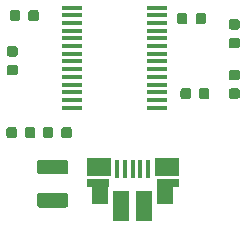
<source format=gbr>
G04 #@! TF.GenerationSoftware,KiCad,Pcbnew,(5.0.1)-3*
G04 #@! TF.CreationDate,2018-11-02T13:07:49-05:00*
G04 #@! TF.ProjectId,ProgrammerBoard,50726F6772616D6D6572426F6172642E,rev?*
G04 #@! TF.SameCoordinates,Original*
G04 #@! TF.FileFunction,Paste,Top*
G04 #@! TF.FilePolarity,Positive*
%FSLAX46Y46*%
G04 Gerber Fmt 4.6, Leading zero omitted, Abs format (unit mm)*
G04 Created by KiCad (PCBNEW (5.0.1)-3) date 11/2/2018 1:07:49 PM*
%MOMM*%
%LPD*%
G01*
G04 APERTURE LIST*
%ADD10C,0.100000*%
%ADD11C,0.875000*%
%ADD12C,1.250000*%
%ADD13R,1.750000X0.450000*%
%ADD14R,1.430000X2.500000*%
%ADD15R,0.400000X1.650000*%
%ADD16R,2.000000X1.500000*%
%ADD17R,1.825000X0.700000*%
%ADD18R,1.350000X2.000000*%
G04 APERTURE END LIST*
D10*
G04 #@! TO.C,R4*
G36*
X67321691Y-51088053D02*
X67342926Y-51091203D01*
X67363750Y-51096419D01*
X67383962Y-51103651D01*
X67403368Y-51112830D01*
X67421781Y-51123866D01*
X67439024Y-51136654D01*
X67454930Y-51151070D01*
X67469346Y-51166976D01*
X67482134Y-51184219D01*
X67493170Y-51202632D01*
X67502349Y-51222038D01*
X67509581Y-51242250D01*
X67514797Y-51263074D01*
X67517947Y-51284309D01*
X67519000Y-51305750D01*
X67519000Y-51818250D01*
X67517947Y-51839691D01*
X67514797Y-51860926D01*
X67509581Y-51881750D01*
X67502349Y-51901962D01*
X67493170Y-51921368D01*
X67482134Y-51939781D01*
X67469346Y-51957024D01*
X67454930Y-51972930D01*
X67439024Y-51987346D01*
X67421781Y-52000134D01*
X67403368Y-52011170D01*
X67383962Y-52020349D01*
X67363750Y-52027581D01*
X67342926Y-52032797D01*
X67321691Y-52035947D01*
X67300250Y-52037000D01*
X66862750Y-52037000D01*
X66841309Y-52035947D01*
X66820074Y-52032797D01*
X66799250Y-52027581D01*
X66779038Y-52020349D01*
X66759632Y-52011170D01*
X66741219Y-52000134D01*
X66723976Y-51987346D01*
X66708070Y-51972930D01*
X66693654Y-51957024D01*
X66680866Y-51939781D01*
X66669830Y-51921368D01*
X66660651Y-51901962D01*
X66653419Y-51881750D01*
X66648203Y-51860926D01*
X66645053Y-51839691D01*
X66644000Y-51818250D01*
X66644000Y-51305750D01*
X66645053Y-51284309D01*
X66648203Y-51263074D01*
X66653419Y-51242250D01*
X66660651Y-51222038D01*
X66669830Y-51202632D01*
X66680866Y-51184219D01*
X66693654Y-51166976D01*
X66708070Y-51151070D01*
X66723976Y-51136654D01*
X66741219Y-51123866D01*
X66759632Y-51112830D01*
X66779038Y-51103651D01*
X66799250Y-51096419D01*
X66820074Y-51091203D01*
X66841309Y-51088053D01*
X66862750Y-51087000D01*
X67300250Y-51087000D01*
X67321691Y-51088053D01*
X67321691Y-51088053D01*
G37*
D11*
X67081500Y-51562000D03*
D10*
G36*
X65746691Y-51088053D02*
X65767926Y-51091203D01*
X65788750Y-51096419D01*
X65808962Y-51103651D01*
X65828368Y-51112830D01*
X65846781Y-51123866D01*
X65864024Y-51136654D01*
X65879930Y-51151070D01*
X65894346Y-51166976D01*
X65907134Y-51184219D01*
X65918170Y-51202632D01*
X65927349Y-51222038D01*
X65934581Y-51242250D01*
X65939797Y-51263074D01*
X65942947Y-51284309D01*
X65944000Y-51305750D01*
X65944000Y-51818250D01*
X65942947Y-51839691D01*
X65939797Y-51860926D01*
X65934581Y-51881750D01*
X65927349Y-51901962D01*
X65918170Y-51921368D01*
X65907134Y-51939781D01*
X65894346Y-51957024D01*
X65879930Y-51972930D01*
X65864024Y-51987346D01*
X65846781Y-52000134D01*
X65828368Y-52011170D01*
X65808962Y-52020349D01*
X65788750Y-52027581D01*
X65767926Y-52032797D01*
X65746691Y-52035947D01*
X65725250Y-52037000D01*
X65287750Y-52037000D01*
X65266309Y-52035947D01*
X65245074Y-52032797D01*
X65224250Y-52027581D01*
X65204038Y-52020349D01*
X65184632Y-52011170D01*
X65166219Y-52000134D01*
X65148976Y-51987346D01*
X65133070Y-51972930D01*
X65118654Y-51957024D01*
X65105866Y-51939781D01*
X65094830Y-51921368D01*
X65085651Y-51901962D01*
X65078419Y-51881750D01*
X65073203Y-51860926D01*
X65070053Y-51839691D01*
X65069000Y-51818250D01*
X65069000Y-51305750D01*
X65070053Y-51284309D01*
X65073203Y-51263074D01*
X65078419Y-51242250D01*
X65085651Y-51222038D01*
X65094830Y-51202632D01*
X65105866Y-51184219D01*
X65118654Y-51166976D01*
X65133070Y-51151070D01*
X65148976Y-51136654D01*
X65166219Y-51123866D01*
X65184632Y-51112830D01*
X65204038Y-51103651D01*
X65224250Y-51096419D01*
X65245074Y-51091203D01*
X65266309Y-51088053D01*
X65287750Y-51087000D01*
X65725250Y-51087000D01*
X65746691Y-51088053D01*
X65746691Y-51088053D01*
G37*
D11*
X65506500Y-51562000D03*
G04 #@! TD*
D10*
G04 #@! TO.C,R3*
G36*
X62761691Y-45817053D02*
X62782926Y-45820203D01*
X62803750Y-45825419D01*
X62823962Y-45832651D01*
X62843368Y-45841830D01*
X62861781Y-45852866D01*
X62879024Y-45865654D01*
X62894930Y-45880070D01*
X62909346Y-45895976D01*
X62922134Y-45913219D01*
X62933170Y-45931632D01*
X62942349Y-45951038D01*
X62949581Y-45971250D01*
X62954797Y-45992074D01*
X62957947Y-46013309D01*
X62959000Y-46034750D01*
X62959000Y-46472250D01*
X62957947Y-46493691D01*
X62954797Y-46514926D01*
X62949581Y-46535750D01*
X62942349Y-46555962D01*
X62933170Y-46575368D01*
X62922134Y-46593781D01*
X62909346Y-46611024D01*
X62894930Y-46626930D01*
X62879024Y-46641346D01*
X62861781Y-46654134D01*
X62843368Y-46665170D01*
X62823962Y-46674349D01*
X62803750Y-46681581D01*
X62782926Y-46686797D01*
X62761691Y-46689947D01*
X62740250Y-46691000D01*
X62227750Y-46691000D01*
X62206309Y-46689947D01*
X62185074Y-46686797D01*
X62164250Y-46681581D01*
X62144038Y-46674349D01*
X62124632Y-46665170D01*
X62106219Y-46654134D01*
X62088976Y-46641346D01*
X62073070Y-46626930D01*
X62058654Y-46611024D01*
X62045866Y-46593781D01*
X62034830Y-46575368D01*
X62025651Y-46555962D01*
X62018419Y-46535750D01*
X62013203Y-46514926D01*
X62010053Y-46493691D01*
X62009000Y-46472250D01*
X62009000Y-46034750D01*
X62010053Y-46013309D01*
X62013203Y-45992074D01*
X62018419Y-45971250D01*
X62025651Y-45951038D01*
X62034830Y-45931632D01*
X62045866Y-45913219D01*
X62058654Y-45895976D01*
X62073070Y-45880070D01*
X62088976Y-45865654D01*
X62106219Y-45852866D01*
X62124632Y-45841830D01*
X62144038Y-45832651D01*
X62164250Y-45825419D01*
X62185074Y-45820203D01*
X62206309Y-45817053D01*
X62227750Y-45816000D01*
X62740250Y-45816000D01*
X62761691Y-45817053D01*
X62761691Y-45817053D01*
G37*
D11*
X62484000Y-46253500D03*
D10*
G36*
X62761691Y-44242053D02*
X62782926Y-44245203D01*
X62803750Y-44250419D01*
X62823962Y-44257651D01*
X62843368Y-44266830D01*
X62861781Y-44277866D01*
X62879024Y-44290654D01*
X62894930Y-44305070D01*
X62909346Y-44320976D01*
X62922134Y-44338219D01*
X62933170Y-44356632D01*
X62942349Y-44376038D01*
X62949581Y-44396250D01*
X62954797Y-44417074D01*
X62957947Y-44438309D01*
X62959000Y-44459750D01*
X62959000Y-44897250D01*
X62957947Y-44918691D01*
X62954797Y-44939926D01*
X62949581Y-44960750D01*
X62942349Y-44980962D01*
X62933170Y-45000368D01*
X62922134Y-45018781D01*
X62909346Y-45036024D01*
X62894930Y-45051930D01*
X62879024Y-45066346D01*
X62861781Y-45079134D01*
X62843368Y-45090170D01*
X62823962Y-45099349D01*
X62803750Y-45106581D01*
X62782926Y-45111797D01*
X62761691Y-45114947D01*
X62740250Y-45116000D01*
X62227750Y-45116000D01*
X62206309Y-45114947D01*
X62185074Y-45111797D01*
X62164250Y-45106581D01*
X62144038Y-45099349D01*
X62124632Y-45090170D01*
X62106219Y-45079134D01*
X62088976Y-45066346D01*
X62073070Y-45051930D01*
X62058654Y-45036024D01*
X62045866Y-45018781D01*
X62034830Y-45000368D01*
X62025651Y-44980962D01*
X62018419Y-44960750D01*
X62013203Y-44939926D01*
X62010053Y-44918691D01*
X62009000Y-44897250D01*
X62009000Y-44459750D01*
X62010053Y-44438309D01*
X62013203Y-44417074D01*
X62018419Y-44396250D01*
X62025651Y-44376038D01*
X62034830Y-44356632D01*
X62045866Y-44338219D01*
X62058654Y-44320976D01*
X62073070Y-44305070D01*
X62088976Y-44290654D01*
X62106219Y-44277866D01*
X62124632Y-44266830D01*
X62144038Y-44257651D01*
X62164250Y-44250419D01*
X62185074Y-44245203D01*
X62206309Y-44242053D01*
X62227750Y-44241000D01*
X62740250Y-44241000D01*
X62761691Y-44242053D01*
X62761691Y-44242053D01*
G37*
D11*
X62484000Y-44678500D03*
G04 #@! TD*
D10*
G04 #@! TO.C,R2*
G36*
X77407691Y-47786053D02*
X77428926Y-47789203D01*
X77449750Y-47794419D01*
X77469962Y-47801651D01*
X77489368Y-47810830D01*
X77507781Y-47821866D01*
X77525024Y-47834654D01*
X77540930Y-47849070D01*
X77555346Y-47864976D01*
X77568134Y-47882219D01*
X77579170Y-47900632D01*
X77588349Y-47920038D01*
X77595581Y-47940250D01*
X77600797Y-47961074D01*
X77603947Y-47982309D01*
X77605000Y-48003750D01*
X77605000Y-48516250D01*
X77603947Y-48537691D01*
X77600797Y-48558926D01*
X77595581Y-48579750D01*
X77588349Y-48599962D01*
X77579170Y-48619368D01*
X77568134Y-48637781D01*
X77555346Y-48655024D01*
X77540930Y-48670930D01*
X77525024Y-48685346D01*
X77507781Y-48698134D01*
X77489368Y-48709170D01*
X77469962Y-48718349D01*
X77449750Y-48725581D01*
X77428926Y-48730797D01*
X77407691Y-48733947D01*
X77386250Y-48735000D01*
X76948750Y-48735000D01*
X76927309Y-48733947D01*
X76906074Y-48730797D01*
X76885250Y-48725581D01*
X76865038Y-48718349D01*
X76845632Y-48709170D01*
X76827219Y-48698134D01*
X76809976Y-48685346D01*
X76794070Y-48670930D01*
X76779654Y-48655024D01*
X76766866Y-48637781D01*
X76755830Y-48619368D01*
X76746651Y-48599962D01*
X76739419Y-48579750D01*
X76734203Y-48558926D01*
X76731053Y-48537691D01*
X76730000Y-48516250D01*
X76730000Y-48003750D01*
X76731053Y-47982309D01*
X76734203Y-47961074D01*
X76739419Y-47940250D01*
X76746651Y-47920038D01*
X76755830Y-47900632D01*
X76766866Y-47882219D01*
X76779654Y-47864976D01*
X76794070Y-47849070D01*
X76809976Y-47834654D01*
X76827219Y-47821866D01*
X76845632Y-47810830D01*
X76865038Y-47801651D01*
X76885250Y-47794419D01*
X76906074Y-47789203D01*
X76927309Y-47786053D01*
X76948750Y-47785000D01*
X77386250Y-47785000D01*
X77407691Y-47786053D01*
X77407691Y-47786053D01*
G37*
D11*
X77167500Y-48260000D03*
D10*
G36*
X78982691Y-47786053D02*
X79003926Y-47789203D01*
X79024750Y-47794419D01*
X79044962Y-47801651D01*
X79064368Y-47810830D01*
X79082781Y-47821866D01*
X79100024Y-47834654D01*
X79115930Y-47849070D01*
X79130346Y-47864976D01*
X79143134Y-47882219D01*
X79154170Y-47900632D01*
X79163349Y-47920038D01*
X79170581Y-47940250D01*
X79175797Y-47961074D01*
X79178947Y-47982309D01*
X79180000Y-48003750D01*
X79180000Y-48516250D01*
X79178947Y-48537691D01*
X79175797Y-48558926D01*
X79170581Y-48579750D01*
X79163349Y-48599962D01*
X79154170Y-48619368D01*
X79143134Y-48637781D01*
X79130346Y-48655024D01*
X79115930Y-48670930D01*
X79100024Y-48685346D01*
X79082781Y-48698134D01*
X79064368Y-48709170D01*
X79044962Y-48718349D01*
X79024750Y-48725581D01*
X79003926Y-48730797D01*
X78982691Y-48733947D01*
X78961250Y-48735000D01*
X78523750Y-48735000D01*
X78502309Y-48733947D01*
X78481074Y-48730797D01*
X78460250Y-48725581D01*
X78440038Y-48718349D01*
X78420632Y-48709170D01*
X78402219Y-48698134D01*
X78384976Y-48685346D01*
X78369070Y-48670930D01*
X78354654Y-48655024D01*
X78341866Y-48637781D01*
X78330830Y-48619368D01*
X78321651Y-48599962D01*
X78314419Y-48579750D01*
X78309203Y-48558926D01*
X78306053Y-48537691D01*
X78305000Y-48516250D01*
X78305000Y-48003750D01*
X78306053Y-47982309D01*
X78309203Y-47961074D01*
X78314419Y-47940250D01*
X78321651Y-47920038D01*
X78330830Y-47900632D01*
X78341866Y-47882219D01*
X78354654Y-47864976D01*
X78369070Y-47849070D01*
X78384976Y-47834654D01*
X78402219Y-47821866D01*
X78420632Y-47810830D01*
X78440038Y-47801651D01*
X78460250Y-47794419D01*
X78481074Y-47789203D01*
X78502309Y-47786053D01*
X78523750Y-47785000D01*
X78961250Y-47785000D01*
X78982691Y-47786053D01*
X78982691Y-47786053D01*
G37*
D11*
X78742500Y-48260000D03*
G04 #@! TD*
D10*
G04 #@! TO.C,R1*
G36*
X78682691Y-41436053D02*
X78703926Y-41439203D01*
X78724750Y-41444419D01*
X78744962Y-41451651D01*
X78764368Y-41460830D01*
X78782781Y-41471866D01*
X78800024Y-41484654D01*
X78815930Y-41499070D01*
X78830346Y-41514976D01*
X78843134Y-41532219D01*
X78854170Y-41550632D01*
X78863349Y-41570038D01*
X78870581Y-41590250D01*
X78875797Y-41611074D01*
X78878947Y-41632309D01*
X78880000Y-41653750D01*
X78880000Y-42166250D01*
X78878947Y-42187691D01*
X78875797Y-42208926D01*
X78870581Y-42229750D01*
X78863349Y-42249962D01*
X78854170Y-42269368D01*
X78843134Y-42287781D01*
X78830346Y-42305024D01*
X78815930Y-42320930D01*
X78800024Y-42335346D01*
X78782781Y-42348134D01*
X78764368Y-42359170D01*
X78744962Y-42368349D01*
X78724750Y-42375581D01*
X78703926Y-42380797D01*
X78682691Y-42383947D01*
X78661250Y-42385000D01*
X78223750Y-42385000D01*
X78202309Y-42383947D01*
X78181074Y-42380797D01*
X78160250Y-42375581D01*
X78140038Y-42368349D01*
X78120632Y-42359170D01*
X78102219Y-42348134D01*
X78084976Y-42335346D01*
X78069070Y-42320930D01*
X78054654Y-42305024D01*
X78041866Y-42287781D01*
X78030830Y-42269368D01*
X78021651Y-42249962D01*
X78014419Y-42229750D01*
X78009203Y-42208926D01*
X78006053Y-42187691D01*
X78005000Y-42166250D01*
X78005000Y-41653750D01*
X78006053Y-41632309D01*
X78009203Y-41611074D01*
X78014419Y-41590250D01*
X78021651Y-41570038D01*
X78030830Y-41550632D01*
X78041866Y-41532219D01*
X78054654Y-41514976D01*
X78069070Y-41499070D01*
X78084976Y-41484654D01*
X78102219Y-41471866D01*
X78120632Y-41460830D01*
X78140038Y-41451651D01*
X78160250Y-41444419D01*
X78181074Y-41439203D01*
X78202309Y-41436053D01*
X78223750Y-41435000D01*
X78661250Y-41435000D01*
X78682691Y-41436053D01*
X78682691Y-41436053D01*
G37*
D11*
X78442500Y-41910000D03*
D10*
G36*
X77107691Y-41436053D02*
X77128926Y-41439203D01*
X77149750Y-41444419D01*
X77169962Y-41451651D01*
X77189368Y-41460830D01*
X77207781Y-41471866D01*
X77225024Y-41484654D01*
X77240930Y-41499070D01*
X77255346Y-41514976D01*
X77268134Y-41532219D01*
X77279170Y-41550632D01*
X77288349Y-41570038D01*
X77295581Y-41590250D01*
X77300797Y-41611074D01*
X77303947Y-41632309D01*
X77305000Y-41653750D01*
X77305000Y-42166250D01*
X77303947Y-42187691D01*
X77300797Y-42208926D01*
X77295581Y-42229750D01*
X77288349Y-42249962D01*
X77279170Y-42269368D01*
X77268134Y-42287781D01*
X77255346Y-42305024D01*
X77240930Y-42320930D01*
X77225024Y-42335346D01*
X77207781Y-42348134D01*
X77189368Y-42359170D01*
X77169962Y-42368349D01*
X77149750Y-42375581D01*
X77128926Y-42380797D01*
X77107691Y-42383947D01*
X77086250Y-42385000D01*
X76648750Y-42385000D01*
X76627309Y-42383947D01*
X76606074Y-42380797D01*
X76585250Y-42375581D01*
X76565038Y-42368349D01*
X76545632Y-42359170D01*
X76527219Y-42348134D01*
X76509976Y-42335346D01*
X76494070Y-42320930D01*
X76479654Y-42305024D01*
X76466866Y-42287781D01*
X76455830Y-42269368D01*
X76446651Y-42249962D01*
X76439419Y-42229750D01*
X76434203Y-42208926D01*
X76431053Y-42187691D01*
X76430000Y-42166250D01*
X76430000Y-41653750D01*
X76431053Y-41632309D01*
X76434203Y-41611074D01*
X76439419Y-41590250D01*
X76446651Y-41570038D01*
X76455830Y-41550632D01*
X76466866Y-41532219D01*
X76479654Y-41514976D01*
X76494070Y-41499070D01*
X76509976Y-41484654D01*
X76527219Y-41471866D01*
X76545632Y-41460830D01*
X76565038Y-41451651D01*
X76585250Y-41444419D01*
X76606074Y-41439203D01*
X76627309Y-41436053D01*
X76648750Y-41435000D01*
X77086250Y-41435000D01*
X77107691Y-41436053D01*
X77107691Y-41436053D01*
G37*
D11*
X76867500Y-41910000D03*
G04 #@! TD*
D10*
G04 #@! TO.C,F1*
G36*
X67012504Y-53856204D02*
X67036773Y-53859804D01*
X67060571Y-53865765D01*
X67083671Y-53874030D01*
X67105849Y-53884520D01*
X67126893Y-53897133D01*
X67146598Y-53911747D01*
X67164777Y-53928223D01*
X67181253Y-53946402D01*
X67195867Y-53966107D01*
X67208480Y-53987151D01*
X67218970Y-54009329D01*
X67227235Y-54032429D01*
X67233196Y-54056227D01*
X67236796Y-54080496D01*
X67238000Y-54105000D01*
X67238000Y-54855000D01*
X67236796Y-54879504D01*
X67233196Y-54903773D01*
X67227235Y-54927571D01*
X67218970Y-54950671D01*
X67208480Y-54972849D01*
X67195867Y-54993893D01*
X67181253Y-55013598D01*
X67164777Y-55031777D01*
X67146598Y-55048253D01*
X67126893Y-55062867D01*
X67105849Y-55075480D01*
X67083671Y-55085970D01*
X67060571Y-55094235D01*
X67036773Y-55100196D01*
X67012504Y-55103796D01*
X66988000Y-55105000D01*
X64838000Y-55105000D01*
X64813496Y-55103796D01*
X64789227Y-55100196D01*
X64765429Y-55094235D01*
X64742329Y-55085970D01*
X64720151Y-55075480D01*
X64699107Y-55062867D01*
X64679402Y-55048253D01*
X64661223Y-55031777D01*
X64644747Y-55013598D01*
X64630133Y-54993893D01*
X64617520Y-54972849D01*
X64607030Y-54950671D01*
X64598765Y-54927571D01*
X64592804Y-54903773D01*
X64589204Y-54879504D01*
X64588000Y-54855000D01*
X64588000Y-54105000D01*
X64589204Y-54080496D01*
X64592804Y-54056227D01*
X64598765Y-54032429D01*
X64607030Y-54009329D01*
X64617520Y-53987151D01*
X64630133Y-53966107D01*
X64644747Y-53946402D01*
X64661223Y-53928223D01*
X64679402Y-53911747D01*
X64699107Y-53897133D01*
X64720151Y-53884520D01*
X64742329Y-53874030D01*
X64765429Y-53865765D01*
X64789227Y-53859804D01*
X64813496Y-53856204D01*
X64838000Y-53855000D01*
X66988000Y-53855000D01*
X67012504Y-53856204D01*
X67012504Y-53856204D01*
G37*
D12*
X65913000Y-54480000D03*
D10*
G36*
X67012504Y-56656204D02*
X67036773Y-56659804D01*
X67060571Y-56665765D01*
X67083671Y-56674030D01*
X67105849Y-56684520D01*
X67126893Y-56697133D01*
X67146598Y-56711747D01*
X67164777Y-56728223D01*
X67181253Y-56746402D01*
X67195867Y-56766107D01*
X67208480Y-56787151D01*
X67218970Y-56809329D01*
X67227235Y-56832429D01*
X67233196Y-56856227D01*
X67236796Y-56880496D01*
X67238000Y-56905000D01*
X67238000Y-57655000D01*
X67236796Y-57679504D01*
X67233196Y-57703773D01*
X67227235Y-57727571D01*
X67218970Y-57750671D01*
X67208480Y-57772849D01*
X67195867Y-57793893D01*
X67181253Y-57813598D01*
X67164777Y-57831777D01*
X67146598Y-57848253D01*
X67126893Y-57862867D01*
X67105849Y-57875480D01*
X67083671Y-57885970D01*
X67060571Y-57894235D01*
X67036773Y-57900196D01*
X67012504Y-57903796D01*
X66988000Y-57905000D01*
X64838000Y-57905000D01*
X64813496Y-57903796D01*
X64789227Y-57900196D01*
X64765429Y-57894235D01*
X64742329Y-57885970D01*
X64720151Y-57875480D01*
X64699107Y-57862867D01*
X64679402Y-57848253D01*
X64661223Y-57831777D01*
X64644747Y-57813598D01*
X64630133Y-57793893D01*
X64617520Y-57772849D01*
X64607030Y-57750671D01*
X64598765Y-57727571D01*
X64592804Y-57703773D01*
X64589204Y-57679504D01*
X64588000Y-57655000D01*
X64588000Y-56905000D01*
X64589204Y-56880496D01*
X64592804Y-56856227D01*
X64598765Y-56832429D01*
X64607030Y-56809329D01*
X64617520Y-56787151D01*
X64630133Y-56766107D01*
X64644747Y-56746402D01*
X64661223Y-56728223D01*
X64679402Y-56711747D01*
X64699107Y-56697133D01*
X64720151Y-56684520D01*
X64742329Y-56674030D01*
X64765429Y-56665765D01*
X64789227Y-56659804D01*
X64813496Y-56656204D01*
X64838000Y-56655000D01*
X66988000Y-56655000D01*
X67012504Y-56656204D01*
X67012504Y-56656204D01*
G37*
D12*
X65913000Y-57280000D03*
G04 #@! TD*
D13*
G04 #@! TO.C,IC1*
X74720000Y-40987000D03*
X74720000Y-41637000D03*
X74720000Y-42287000D03*
X74720000Y-42937000D03*
X74720000Y-43587000D03*
X74720000Y-44237000D03*
X74720000Y-44887000D03*
X74720000Y-45537000D03*
X74720000Y-46187000D03*
X74720000Y-46837000D03*
X74720000Y-47487000D03*
X74720000Y-48137000D03*
X74720000Y-48787000D03*
X74720000Y-49437000D03*
X67520000Y-49437000D03*
X67520000Y-48787000D03*
X67520000Y-48137000D03*
X67520000Y-47487000D03*
X67520000Y-46837000D03*
X67520000Y-46187000D03*
X67520000Y-45537000D03*
X67520000Y-44887000D03*
X67520000Y-44237000D03*
X67520000Y-43587000D03*
X67520000Y-42937000D03*
X67520000Y-42287000D03*
X67520000Y-41637000D03*
X67520000Y-40987000D03*
G04 #@! TD*
D10*
G04 #@! TO.C,C1*
G36*
X64248191Y-51088053D02*
X64269426Y-51091203D01*
X64290250Y-51096419D01*
X64310462Y-51103651D01*
X64329868Y-51112830D01*
X64348281Y-51123866D01*
X64365524Y-51136654D01*
X64381430Y-51151070D01*
X64395846Y-51166976D01*
X64408634Y-51184219D01*
X64419670Y-51202632D01*
X64428849Y-51222038D01*
X64436081Y-51242250D01*
X64441297Y-51263074D01*
X64444447Y-51284309D01*
X64445500Y-51305750D01*
X64445500Y-51818250D01*
X64444447Y-51839691D01*
X64441297Y-51860926D01*
X64436081Y-51881750D01*
X64428849Y-51901962D01*
X64419670Y-51921368D01*
X64408634Y-51939781D01*
X64395846Y-51957024D01*
X64381430Y-51972930D01*
X64365524Y-51987346D01*
X64348281Y-52000134D01*
X64329868Y-52011170D01*
X64310462Y-52020349D01*
X64290250Y-52027581D01*
X64269426Y-52032797D01*
X64248191Y-52035947D01*
X64226750Y-52037000D01*
X63789250Y-52037000D01*
X63767809Y-52035947D01*
X63746574Y-52032797D01*
X63725750Y-52027581D01*
X63705538Y-52020349D01*
X63686132Y-52011170D01*
X63667719Y-52000134D01*
X63650476Y-51987346D01*
X63634570Y-51972930D01*
X63620154Y-51957024D01*
X63607366Y-51939781D01*
X63596330Y-51921368D01*
X63587151Y-51901962D01*
X63579919Y-51881750D01*
X63574703Y-51860926D01*
X63571553Y-51839691D01*
X63570500Y-51818250D01*
X63570500Y-51305750D01*
X63571553Y-51284309D01*
X63574703Y-51263074D01*
X63579919Y-51242250D01*
X63587151Y-51222038D01*
X63596330Y-51202632D01*
X63607366Y-51184219D01*
X63620154Y-51166976D01*
X63634570Y-51151070D01*
X63650476Y-51136654D01*
X63667719Y-51123866D01*
X63686132Y-51112830D01*
X63705538Y-51103651D01*
X63725750Y-51096419D01*
X63746574Y-51091203D01*
X63767809Y-51088053D01*
X63789250Y-51087000D01*
X64226750Y-51087000D01*
X64248191Y-51088053D01*
X64248191Y-51088053D01*
G37*
D11*
X64008000Y-51562000D03*
D10*
G36*
X62673191Y-51088053D02*
X62694426Y-51091203D01*
X62715250Y-51096419D01*
X62735462Y-51103651D01*
X62754868Y-51112830D01*
X62773281Y-51123866D01*
X62790524Y-51136654D01*
X62806430Y-51151070D01*
X62820846Y-51166976D01*
X62833634Y-51184219D01*
X62844670Y-51202632D01*
X62853849Y-51222038D01*
X62861081Y-51242250D01*
X62866297Y-51263074D01*
X62869447Y-51284309D01*
X62870500Y-51305750D01*
X62870500Y-51818250D01*
X62869447Y-51839691D01*
X62866297Y-51860926D01*
X62861081Y-51881750D01*
X62853849Y-51901962D01*
X62844670Y-51921368D01*
X62833634Y-51939781D01*
X62820846Y-51957024D01*
X62806430Y-51972930D01*
X62790524Y-51987346D01*
X62773281Y-52000134D01*
X62754868Y-52011170D01*
X62735462Y-52020349D01*
X62715250Y-52027581D01*
X62694426Y-52032797D01*
X62673191Y-52035947D01*
X62651750Y-52037000D01*
X62214250Y-52037000D01*
X62192809Y-52035947D01*
X62171574Y-52032797D01*
X62150750Y-52027581D01*
X62130538Y-52020349D01*
X62111132Y-52011170D01*
X62092719Y-52000134D01*
X62075476Y-51987346D01*
X62059570Y-51972930D01*
X62045154Y-51957024D01*
X62032366Y-51939781D01*
X62021330Y-51921368D01*
X62012151Y-51901962D01*
X62004919Y-51881750D01*
X61999703Y-51860926D01*
X61996553Y-51839691D01*
X61995500Y-51818250D01*
X61995500Y-51305750D01*
X61996553Y-51284309D01*
X61999703Y-51263074D01*
X62004919Y-51242250D01*
X62012151Y-51222038D01*
X62021330Y-51202632D01*
X62032366Y-51184219D01*
X62045154Y-51166976D01*
X62059570Y-51151070D01*
X62075476Y-51136654D01*
X62092719Y-51123866D01*
X62111132Y-51112830D01*
X62130538Y-51103651D01*
X62150750Y-51096419D01*
X62171574Y-51091203D01*
X62192809Y-51088053D01*
X62214250Y-51087000D01*
X62651750Y-51087000D01*
X62673191Y-51088053D01*
X62673191Y-51088053D01*
G37*
D11*
X62433000Y-51562000D03*
G04 #@! TD*
D14*
G04 #@! TO.C,J1*
X73634000Y-57760000D03*
X71714000Y-57760000D03*
D15*
X73974000Y-54610000D03*
X73324000Y-54610000D03*
X72674000Y-54610000D03*
X72024000Y-54610000D03*
X71374000Y-54610000D03*
D16*
X75574000Y-54490000D03*
X69824000Y-54510000D03*
D17*
X75674000Y-55810000D03*
X69724000Y-55810000D03*
D18*
X69944000Y-56560000D03*
X75424000Y-56560000D03*
G04 #@! TD*
D10*
G04 #@! TO.C,RX1*
G36*
X81557691Y-41956053D02*
X81578926Y-41959203D01*
X81599750Y-41964419D01*
X81619962Y-41971651D01*
X81639368Y-41980830D01*
X81657781Y-41991866D01*
X81675024Y-42004654D01*
X81690930Y-42019070D01*
X81705346Y-42034976D01*
X81718134Y-42052219D01*
X81729170Y-42070632D01*
X81738349Y-42090038D01*
X81745581Y-42110250D01*
X81750797Y-42131074D01*
X81753947Y-42152309D01*
X81755000Y-42173750D01*
X81755000Y-42611250D01*
X81753947Y-42632691D01*
X81750797Y-42653926D01*
X81745581Y-42674750D01*
X81738349Y-42694962D01*
X81729170Y-42714368D01*
X81718134Y-42732781D01*
X81705346Y-42750024D01*
X81690930Y-42765930D01*
X81675024Y-42780346D01*
X81657781Y-42793134D01*
X81639368Y-42804170D01*
X81619962Y-42813349D01*
X81599750Y-42820581D01*
X81578926Y-42825797D01*
X81557691Y-42828947D01*
X81536250Y-42830000D01*
X81023750Y-42830000D01*
X81002309Y-42828947D01*
X80981074Y-42825797D01*
X80960250Y-42820581D01*
X80940038Y-42813349D01*
X80920632Y-42804170D01*
X80902219Y-42793134D01*
X80884976Y-42780346D01*
X80869070Y-42765930D01*
X80854654Y-42750024D01*
X80841866Y-42732781D01*
X80830830Y-42714368D01*
X80821651Y-42694962D01*
X80814419Y-42674750D01*
X80809203Y-42653926D01*
X80806053Y-42632691D01*
X80805000Y-42611250D01*
X80805000Y-42173750D01*
X80806053Y-42152309D01*
X80809203Y-42131074D01*
X80814419Y-42110250D01*
X80821651Y-42090038D01*
X80830830Y-42070632D01*
X80841866Y-42052219D01*
X80854654Y-42034976D01*
X80869070Y-42019070D01*
X80884976Y-42004654D01*
X80902219Y-41991866D01*
X80920632Y-41980830D01*
X80940038Y-41971651D01*
X80960250Y-41964419D01*
X80981074Y-41959203D01*
X81002309Y-41956053D01*
X81023750Y-41955000D01*
X81536250Y-41955000D01*
X81557691Y-41956053D01*
X81557691Y-41956053D01*
G37*
D11*
X81280000Y-42392500D03*
D10*
G36*
X81557691Y-43531053D02*
X81578926Y-43534203D01*
X81599750Y-43539419D01*
X81619962Y-43546651D01*
X81639368Y-43555830D01*
X81657781Y-43566866D01*
X81675024Y-43579654D01*
X81690930Y-43594070D01*
X81705346Y-43609976D01*
X81718134Y-43627219D01*
X81729170Y-43645632D01*
X81738349Y-43665038D01*
X81745581Y-43685250D01*
X81750797Y-43706074D01*
X81753947Y-43727309D01*
X81755000Y-43748750D01*
X81755000Y-44186250D01*
X81753947Y-44207691D01*
X81750797Y-44228926D01*
X81745581Y-44249750D01*
X81738349Y-44269962D01*
X81729170Y-44289368D01*
X81718134Y-44307781D01*
X81705346Y-44325024D01*
X81690930Y-44340930D01*
X81675024Y-44355346D01*
X81657781Y-44368134D01*
X81639368Y-44379170D01*
X81619962Y-44388349D01*
X81599750Y-44395581D01*
X81578926Y-44400797D01*
X81557691Y-44403947D01*
X81536250Y-44405000D01*
X81023750Y-44405000D01*
X81002309Y-44403947D01*
X80981074Y-44400797D01*
X80960250Y-44395581D01*
X80940038Y-44388349D01*
X80920632Y-44379170D01*
X80902219Y-44368134D01*
X80884976Y-44355346D01*
X80869070Y-44340930D01*
X80854654Y-44325024D01*
X80841866Y-44307781D01*
X80830830Y-44289368D01*
X80821651Y-44269962D01*
X80814419Y-44249750D01*
X80809203Y-44228926D01*
X80806053Y-44207691D01*
X80805000Y-44186250D01*
X80805000Y-43748750D01*
X80806053Y-43727309D01*
X80809203Y-43706074D01*
X80814419Y-43685250D01*
X80821651Y-43665038D01*
X80830830Y-43645632D01*
X80841866Y-43627219D01*
X80854654Y-43609976D01*
X80869070Y-43594070D01*
X80884976Y-43579654D01*
X80902219Y-43566866D01*
X80920632Y-43555830D01*
X80940038Y-43546651D01*
X80960250Y-43539419D01*
X80981074Y-43534203D01*
X81002309Y-43531053D01*
X81023750Y-43530000D01*
X81536250Y-43530000D01*
X81557691Y-43531053D01*
X81557691Y-43531053D01*
G37*
D11*
X81280000Y-43967500D03*
G04 #@! TD*
D10*
G04 #@! TO.C,TX1*
G36*
X81557691Y-46248553D02*
X81578926Y-46251703D01*
X81599750Y-46256919D01*
X81619962Y-46264151D01*
X81639368Y-46273330D01*
X81657781Y-46284366D01*
X81675024Y-46297154D01*
X81690930Y-46311570D01*
X81705346Y-46327476D01*
X81718134Y-46344719D01*
X81729170Y-46363132D01*
X81738349Y-46382538D01*
X81745581Y-46402750D01*
X81750797Y-46423574D01*
X81753947Y-46444809D01*
X81755000Y-46466250D01*
X81755000Y-46903750D01*
X81753947Y-46925191D01*
X81750797Y-46946426D01*
X81745581Y-46967250D01*
X81738349Y-46987462D01*
X81729170Y-47006868D01*
X81718134Y-47025281D01*
X81705346Y-47042524D01*
X81690930Y-47058430D01*
X81675024Y-47072846D01*
X81657781Y-47085634D01*
X81639368Y-47096670D01*
X81619962Y-47105849D01*
X81599750Y-47113081D01*
X81578926Y-47118297D01*
X81557691Y-47121447D01*
X81536250Y-47122500D01*
X81023750Y-47122500D01*
X81002309Y-47121447D01*
X80981074Y-47118297D01*
X80960250Y-47113081D01*
X80940038Y-47105849D01*
X80920632Y-47096670D01*
X80902219Y-47085634D01*
X80884976Y-47072846D01*
X80869070Y-47058430D01*
X80854654Y-47042524D01*
X80841866Y-47025281D01*
X80830830Y-47006868D01*
X80821651Y-46987462D01*
X80814419Y-46967250D01*
X80809203Y-46946426D01*
X80806053Y-46925191D01*
X80805000Y-46903750D01*
X80805000Y-46466250D01*
X80806053Y-46444809D01*
X80809203Y-46423574D01*
X80814419Y-46402750D01*
X80821651Y-46382538D01*
X80830830Y-46363132D01*
X80841866Y-46344719D01*
X80854654Y-46327476D01*
X80869070Y-46311570D01*
X80884976Y-46297154D01*
X80902219Y-46284366D01*
X80920632Y-46273330D01*
X80940038Y-46264151D01*
X80960250Y-46256919D01*
X80981074Y-46251703D01*
X81002309Y-46248553D01*
X81023750Y-46247500D01*
X81536250Y-46247500D01*
X81557691Y-46248553D01*
X81557691Y-46248553D01*
G37*
D11*
X81280000Y-46685000D03*
D10*
G36*
X81557691Y-47823553D02*
X81578926Y-47826703D01*
X81599750Y-47831919D01*
X81619962Y-47839151D01*
X81639368Y-47848330D01*
X81657781Y-47859366D01*
X81675024Y-47872154D01*
X81690930Y-47886570D01*
X81705346Y-47902476D01*
X81718134Y-47919719D01*
X81729170Y-47938132D01*
X81738349Y-47957538D01*
X81745581Y-47977750D01*
X81750797Y-47998574D01*
X81753947Y-48019809D01*
X81755000Y-48041250D01*
X81755000Y-48478750D01*
X81753947Y-48500191D01*
X81750797Y-48521426D01*
X81745581Y-48542250D01*
X81738349Y-48562462D01*
X81729170Y-48581868D01*
X81718134Y-48600281D01*
X81705346Y-48617524D01*
X81690930Y-48633430D01*
X81675024Y-48647846D01*
X81657781Y-48660634D01*
X81639368Y-48671670D01*
X81619962Y-48680849D01*
X81599750Y-48688081D01*
X81578926Y-48693297D01*
X81557691Y-48696447D01*
X81536250Y-48697500D01*
X81023750Y-48697500D01*
X81002309Y-48696447D01*
X80981074Y-48693297D01*
X80960250Y-48688081D01*
X80940038Y-48680849D01*
X80920632Y-48671670D01*
X80902219Y-48660634D01*
X80884976Y-48647846D01*
X80869070Y-48633430D01*
X80854654Y-48617524D01*
X80841866Y-48600281D01*
X80830830Y-48581868D01*
X80821651Y-48562462D01*
X80814419Y-48542250D01*
X80809203Y-48521426D01*
X80806053Y-48500191D01*
X80805000Y-48478750D01*
X80805000Y-48041250D01*
X80806053Y-48019809D01*
X80809203Y-47998574D01*
X80814419Y-47977750D01*
X80821651Y-47957538D01*
X80830830Y-47938132D01*
X80841866Y-47919719D01*
X80854654Y-47902476D01*
X80869070Y-47886570D01*
X80884976Y-47872154D01*
X80902219Y-47859366D01*
X80920632Y-47848330D01*
X80940038Y-47839151D01*
X80960250Y-47831919D01*
X80981074Y-47826703D01*
X81002309Y-47823553D01*
X81023750Y-47822500D01*
X81536250Y-47822500D01*
X81557691Y-47823553D01*
X81557691Y-47823553D01*
G37*
D11*
X81280000Y-48260000D03*
G04 #@! TD*
D10*
G04 #@! TO.C,C2*
G36*
X64527691Y-41182053D02*
X64548926Y-41185203D01*
X64569750Y-41190419D01*
X64589962Y-41197651D01*
X64609368Y-41206830D01*
X64627781Y-41217866D01*
X64645024Y-41230654D01*
X64660930Y-41245070D01*
X64675346Y-41260976D01*
X64688134Y-41278219D01*
X64699170Y-41296632D01*
X64708349Y-41316038D01*
X64715581Y-41336250D01*
X64720797Y-41357074D01*
X64723947Y-41378309D01*
X64725000Y-41399750D01*
X64725000Y-41912250D01*
X64723947Y-41933691D01*
X64720797Y-41954926D01*
X64715581Y-41975750D01*
X64708349Y-41995962D01*
X64699170Y-42015368D01*
X64688134Y-42033781D01*
X64675346Y-42051024D01*
X64660930Y-42066930D01*
X64645024Y-42081346D01*
X64627781Y-42094134D01*
X64609368Y-42105170D01*
X64589962Y-42114349D01*
X64569750Y-42121581D01*
X64548926Y-42126797D01*
X64527691Y-42129947D01*
X64506250Y-42131000D01*
X64068750Y-42131000D01*
X64047309Y-42129947D01*
X64026074Y-42126797D01*
X64005250Y-42121581D01*
X63985038Y-42114349D01*
X63965632Y-42105170D01*
X63947219Y-42094134D01*
X63929976Y-42081346D01*
X63914070Y-42066930D01*
X63899654Y-42051024D01*
X63886866Y-42033781D01*
X63875830Y-42015368D01*
X63866651Y-41995962D01*
X63859419Y-41975750D01*
X63854203Y-41954926D01*
X63851053Y-41933691D01*
X63850000Y-41912250D01*
X63850000Y-41399750D01*
X63851053Y-41378309D01*
X63854203Y-41357074D01*
X63859419Y-41336250D01*
X63866651Y-41316038D01*
X63875830Y-41296632D01*
X63886866Y-41278219D01*
X63899654Y-41260976D01*
X63914070Y-41245070D01*
X63929976Y-41230654D01*
X63947219Y-41217866D01*
X63965632Y-41206830D01*
X63985038Y-41197651D01*
X64005250Y-41190419D01*
X64026074Y-41185203D01*
X64047309Y-41182053D01*
X64068750Y-41181000D01*
X64506250Y-41181000D01*
X64527691Y-41182053D01*
X64527691Y-41182053D01*
G37*
D11*
X64287500Y-41656000D03*
D10*
G36*
X62952691Y-41182053D02*
X62973926Y-41185203D01*
X62994750Y-41190419D01*
X63014962Y-41197651D01*
X63034368Y-41206830D01*
X63052781Y-41217866D01*
X63070024Y-41230654D01*
X63085930Y-41245070D01*
X63100346Y-41260976D01*
X63113134Y-41278219D01*
X63124170Y-41296632D01*
X63133349Y-41316038D01*
X63140581Y-41336250D01*
X63145797Y-41357074D01*
X63148947Y-41378309D01*
X63150000Y-41399750D01*
X63150000Y-41912250D01*
X63148947Y-41933691D01*
X63145797Y-41954926D01*
X63140581Y-41975750D01*
X63133349Y-41995962D01*
X63124170Y-42015368D01*
X63113134Y-42033781D01*
X63100346Y-42051024D01*
X63085930Y-42066930D01*
X63070024Y-42081346D01*
X63052781Y-42094134D01*
X63034368Y-42105170D01*
X63014962Y-42114349D01*
X62994750Y-42121581D01*
X62973926Y-42126797D01*
X62952691Y-42129947D01*
X62931250Y-42131000D01*
X62493750Y-42131000D01*
X62472309Y-42129947D01*
X62451074Y-42126797D01*
X62430250Y-42121581D01*
X62410038Y-42114349D01*
X62390632Y-42105170D01*
X62372219Y-42094134D01*
X62354976Y-42081346D01*
X62339070Y-42066930D01*
X62324654Y-42051024D01*
X62311866Y-42033781D01*
X62300830Y-42015368D01*
X62291651Y-41995962D01*
X62284419Y-41975750D01*
X62279203Y-41954926D01*
X62276053Y-41933691D01*
X62275000Y-41912250D01*
X62275000Y-41399750D01*
X62276053Y-41378309D01*
X62279203Y-41357074D01*
X62284419Y-41336250D01*
X62291651Y-41316038D01*
X62300830Y-41296632D01*
X62311866Y-41278219D01*
X62324654Y-41260976D01*
X62339070Y-41245070D01*
X62354976Y-41230654D01*
X62372219Y-41217866D01*
X62390632Y-41206830D01*
X62410038Y-41197651D01*
X62430250Y-41190419D01*
X62451074Y-41185203D01*
X62472309Y-41182053D01*
X62493750Y-41181000D01*
X62931250Y-41181000D01*
X62952691Y-41182053D01*
X62952691Y-41182053D01*
G37*
D11*
X62712500Y-41656000D03*
G04 #@! TD*
M02*

</source>
